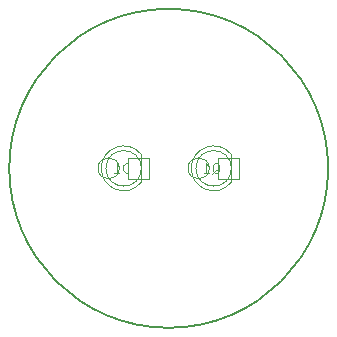
<source format=gbr>
G04 #@! TF.GenerationSoftware,KiCad,Pcbnew,6.0.8-f2edbf62ab~116~ubuntu20.04.1*
G04 #@! TF.CreationDate,2022-10-20T17:58:06+02:00*
G04 #@! TF.ProjectId,IR-Lese-Schreibkopf,49522d4c-6573-4652-9d53-636872656962,rev?*
G04 #@! TF.SameCoordinates,Original*
G04 #@! TF.FileFunction,AssemblyDrawing,Bot*
%FSLAX46Y46*%
G04 Gerber Fmt 4.6, Leading zero omitted, Abs format (unit mm)*
G04 Created by KiCad (PCBNEW 6.0.8-f2edbf62ab~116~ubuntu20.04.1) date 2022-10-20 17:58:06*
%MOMM*%
%LPD*%
G01*
G04 APERTURE LIST*
G04 #@! TA.AperFunction,Profile*
%ADD10C,0.200000*%
G04 #@! TD*
%ADD11C,0.120000*%
%ADD12C,0.100000*%
G04 APERTURE END LIST*
D10*
X150660000Y-99060000D02*
G75*
G03*
X150660000Y-99060000I-13500000J0D01*
G01*
D11*
X133740476Y-99421904D02*
X133740476Y-98621904D01*
X133550000Y-98621904D01*
X133435714Y-98660000D01*
X133359523Y-98736190D01*
X133321428Y-98812380D01*
X133283333Y-98964761D01*
X133283333Y-99079047D01*
X133321428Y-99231428D01*
X133359523Y-99307619D01*
X133435714Y-99383809D01*
X133550000Y-99421904D01*
X133740476Y-99421904D01*
X132521428Y-99421904D02*
X132978571Y-99421904D01*
X132750000Y-99421904D02*
X132750000Y-98621904D01*
X132826190Y-98736190D01*
X132902380Y-98812380D01*
X132978571Y-98850476D01*
X140846190Y-99498095D02*
X140922380Y-99460000D01*
X140998571Y-99383809D01*
X141112857Y-99269523D01*
X141189047Y-99231428D01*
X141265238Y-99231428D01*
X141227142Y-99421904D02*
X141303333Y-99383809D01*
X141379523Y-99307619D01*
X141417619Y-99155238D01*
X141417619Y-98888571D01*
X141379523Y-98736190D01*
X141303333Y-98660000D01*
X141227142Y-98621904D01*
X141074761Y-98621904D01*
X140998571Y-98660000D01*
X140922380Y-98736190D01*
X140884285Y-98888571D01*
X140884285Y-99155238D01*
X140922380Y-99307619D01*
X140998571Y-99383809D01*
X141074761Y-99421904D01*
X141227142Y-99421904D01*
X140122380Y-99421904D02*
X140579523Y-99421904D01*
X140350952Y-99421904D02*
X140350952Y-98621904D01*
X140427142Y-98736190D01*
X140503333Y-98812380D01*
X140579523Y-98850476D01*
D12*
X134850000Y-97893810D02*
X134850000Y-100226190D01*
X134850000Y-97893810D02*
G75*
G03*
X134850555Y-100225476I-1500000J-1166190D01*
G01*
X134850000Y-99060000D02*
G75*
G03*
X134850000Y-99060000I-1500000J0D01*
G01*
X142470000Y-97893810D02*
X142470000Y-100226190D01*
X142470000Y-97893810D02*
G75*
G03*
X142470555Y-100225476I-1500000J-1166190D01*
G01*
X142470000Y-99060000D02*
G75*
G03*
X142470000Y-99060000I-1500000J0D01*
G01*
X133720000Y-98160000D02*
X133720000Y-99960000D01*
X135520000Y-99960000D01*
X135520000Y-98160000D01*
X133720000Y-98160000D01*
X132980000Y-99060000D02*
G75*
G03*
X132980000Y-99060000I-900000J0D01*
G01*
X141340000Y-98160000D02*
X141340000Y-99960000D01*
X143140000Y-99960000D01*
X143140000Y-98160000D01*
X141340000Y-98160000D01*
X140600000Y-99060000D02*
G75*
G03*
X140600000Y-99060000I-900000J0D01*
G01*
M02*

</source>
